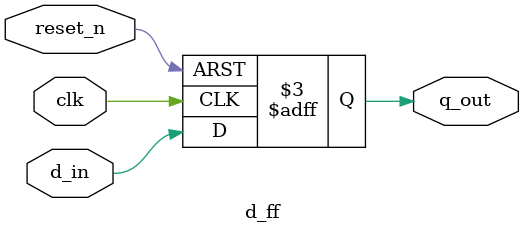
<source format=sv>
module d_ff (
    input  logic clk,
    input  logic reset_n,
    input  logic d_in,
    output logic q_out
);
    always_ff @(posedge clk or negedge reset_n) begin
        if (!reset_n) begin
            q_out <= 1'b0;
        end else begin
            q_out <= d_in;
        end
    end

endmodule

</source>
